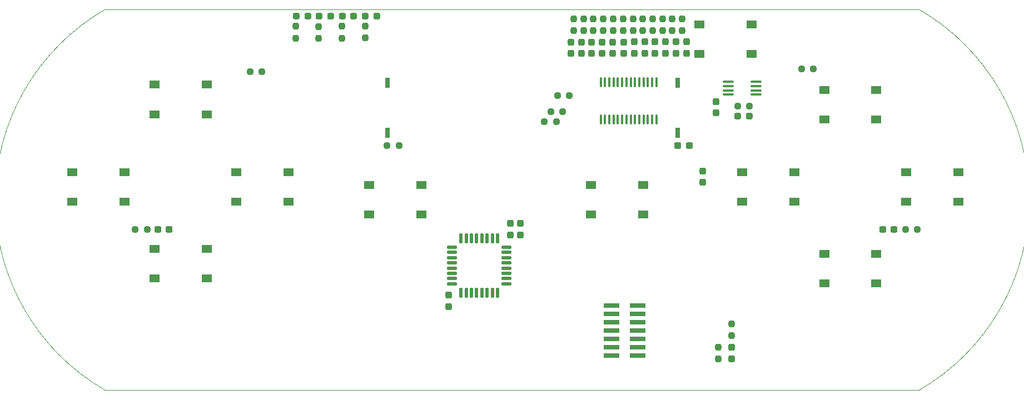
<source format=gbr>
%TF.GenerationSoftware,KiCad,Pcbnew,7.0.5-7.0.5~ubuntu20.04.1*%
%TF.CreationDate,2023-06-19T07:22:00+00:00*%
%TF.ProjectId,Controler_NRF24L01_Exclude_v3,436f6e74-726f-46c6-9572-5f4e52463234,rev?*%
%TF.SameCoordinates,Original*%
%TF.FileFunction,Paste,Top*%
%TF.FilePolarity,Positive*%
%FSLAX45Y45*%
G04 Gerber Fmt 4.5, Leading zero omitted, Abs format (unit mm)*
G04 Created by KiCad (PCBNEW 7.0.5-7.0.5~ubuntu20.04.1) date 2023-06-19 07:22:00*
%MOMM*%
%LPD*%
G01*
G04 APERTURE LIST*
G04 Aperture macros list*
%AMRoundRect*
0 Rectangle with rounded corners*
0 $1 Rounding radius*
0 $2 $3 $4 $5 $6 $7 $8 $9 X,Y pos of 4 corners*
0 Add a 4 corners polygon primitive as box body*
4,1,4,$2,$3,$4,$5,$6,$7,$8,$9,$2,$3,0*
0 Add four circle primitives for the rounded corners*
1,1,$1+$1,$2,$3*
1,1,$1+$1,$4,$5*
1,1,$1+$1,$6,$7*
1,1,$1+$1,$8,$9*
0 Add four rect primitives between the rounded corners*
20,1,$1+$1,$2,$3,$4,$5,0*
20,1,$1+$1,$4,$5,$6,$7,0*
20,1,$1+$1,$6,$7,$8,$9,0*
20,1,$1+$1,$8,$9,$2,$3,0*%
G04 Aperture macros list end*
%TA.AperFunction,Profile*%
%ADD10C,0.050000*%
%TD*%
%TA.AperFunction,Profile*%
%ADD11C,0.100000*%
%TD*%
%ADD12RoundRect,0.237500X-0.237500X0.287500X-0.237500X-0.287500X0.237500X-0.287500X0.237500X0.287500X0*%
%ADD13RoundRect,0.237500X-0.287500X-0.237500X0.287500X-0.237500X0.287500X0.237500X-0.287500X0.237500X0*%
%ADD14RoundRect,0.237500X-0.250000X-0.237500X0.250000X-0.237500X0.250000X0.237500X-0.250000X0.237500X0*%
%ADD15R,0.760000X1.600000*%
%ADD16RoundRect,0.237500X0.237500X-0.250000X0.237500X0.250000X-0.237500X0.250000X-0.237500X-0.250000X0*%
%ADD17RoundRect,0.237500X0.250000X0.237500X-0.250000X0.237500X-0.250000X-0.237500X0.250000X-0.237500X0*%
%ADD18RoundRect,0.237500X-0.300000X-0.237500X0.300000X-0.237500X0.300000X0.237500X-0.300000X0.237500X0*%
%ADD19R,1.550000X1.300000*%
%ADD20RoundRect,0.125000X0.125000X-0.625000X0.125000X0.625000X-0.125000X0.625000X-0.125000X-0.625000X0*%
%ADD21RoundRect,0.125000X0.625000X-0.125000X0.625000X0.125000X-0.625000X0.125000X-0.625000X-0.125000X0*%
%ADD22RoundRect,0.237500X-0.237500X0.250000X-0.237500X-0.250000X0.237500X-0.250000X0.237500X0.250000X0*%
%ADD23RoundRect,0.237500X-0.237500X0.300000X-0.237500X-0.300000X0.237500X-0.300000X0.237500X0.300000X0*%
%ADD24RoundRect,0.100000X-0.712500X-0.100000X0.712500X-0.100000X0.712500X0.100000X-0.712500X0.100000X0*%
%ADD25RoundRect,0.237500X0.300000X0.237500X-0.300000X0.237500X-0.300000X-0.237500X0.300000X-0.237500X0*%
%ADD26R,2.400000X0.740000*%
%ADD27RoundRect,0.100000X0.100000X-0.637500X0.100000X0.637500X-0.100000X0.637500X-0.100000X-0.637500X0*%
G04 APERTURE END LIST*
D10*
X20569000Y-12290000D02*
G75*
G03*
X20569000Y-6490000I-1674316J2900000D01*
G01*
D11*
X8169000Y-6490000D02*
X20569000Y-6490000D01*
X8169000Y-12290000D02*
X20569000Y-12290000D01*
D10*
X8169000Y-6490000D02*
G75*
G03*
X8169000Y-12290000I1674316J-2900000D01*
G01*
D12*
X16706500Y-6982500D03*
X16706500Y-7157500D03*
D13*
X17807500Y-8110000D03*
X17982500Y-8110000D03*
D12*
X15581500Y-6985000D03*
X15581500Y-7160000D03*
D14*
X17803750Y-7957600D03*
X17986250Y-7957600D03*
D15*
X12469000Y-8371000D03*
X12469000Y-7609000D03*
D12*
X16866500Y-6982500D03*
X16866500Y-7157500D03*
D16*
X16809000Y-6812500D03*
X16809000Y-6630000D03*
D12*
X16226500Y-6982500D03*
X16226500Y-7157500D03*
D17*
X15141250Y-8050000D03*
X14958750Y-8050000D03*
D13*
X11431500Y-6590000D03*
X11606500Y-6590000D03*
D18*
X16892250Y-8560000D03*
X17064750Y-8560000D03*
D16*
X16059000Y-6812500D03*
X16059000Y-6630000D03*
X15459000Y-6812500D03*
X15459000Y-6630000D03*
X15606000Y-6812500D03*
X15606000Y-6630000D03*
X16659000Y-6812500D03*
X16659000Y-6630000D03*
D17*
X8811048Y-9845000D03*
X8628548Y-9845000D03*
D19*
X8921500Y-7635000D03*
X9716500Y-7635000D03*
X8921500Y-8085000D03*
X9716500Y-8085000D03*
X12192500Y-9165000D03*
X12987500Y-9165000D03*
X12192500Y-9615000D03*
X12987500Y-9615000D03*
D14*
X14858750Y-8200000D03*
X15041250Y-8200000D03*
D16*
X16209000Y-6812500D03*
X16209000Y-6630000D03*
D20*
X13589000Y-10807500D03*
X13669000Y-10807500D03*
X13749000Y-10807500D03*
X13829000Y-10807500D03*
X13909000Y-10807500D03*
X13989000Y-10807500D03*
X14069000Y-10807500D03*
X14149000Y-10807500D03*
D21*
X14286500Y-10670000D03*
X14286500Y-10590000D03*
X14286500Y-10510000D03*
X14286500Y-10430000D03*
X14286500Y-10350000D03*
X14286500Y-10270000D03*
X14286500Y-10190000D03*
X14286500Y-10110000D03*
D20*
X14149000Y-9972500D03*
X14069000Y-9972500D03*
X13989000Y-9972500D03*
X13909000Y-9972500D03*
X13829000Y-9972500D03*
X13749000Y-9972500D03*
X13669000Y-9972500D03*
X13589000Y-9972500D03*
D21*
X13451500Y-10110000D03*
X13451500Y-10190000D03*
X13451500Y-10270000D03*
X13451500Y-10350000D03*
X13451500Y-10430000D03*
X13451500Y-10510000D03*
X13451500Y-10590000D03*
X13451500Y-10670000D03*
D12*
X15421400Y-6985000D03*
X15421400Y-7160000D03*
D19*
X17221500Y-6715000D03*
X18016500Y-6715000D03*
X17221500Y-7165000D03*
X18016500Y-7165000D03*
D22*
X17509000Y-11632500D03*
X17509000Y-11815000D03*
D19*
X7671500Y-8965000D03*
X8466500Y-8965000D03*
X7671500Y-9415000D03*
X8466500Y-9415000D03*
D16*
X15309000Y-6812500D03*
X15309000Y-6630000D03*
D12*
X15741500Y-6985000D03*
X15741500Y-7160000D03*
X17029000Y-6982500D03*
X17029000Y-7157500D03*
D19*
X17871500Y-8965000D03*
X18666500Y-8965000D03*
X17871500Y-9415000D03*
X18666500Y-9415000D03*
D17*
X15241250Y-7800000D03*
X15058750Y-7800000D03*
D16*
X16509000Y-6812500D03*
X16509000Y-6630000D03*
X16359000Y-6812500D03*
X16359000Y-6630000D03*
D12*
X16546500Y-6982500D03*
X16546500Y-7157500D03*
D19*
X15571500Y-9165000D03*
X16366500Y-9165000D03*
X15571500Y-9615000D03*
X16366500Y-9615000D03*
D22*
X11421500Y-6748750D03*
X11421500Y-6931250D03*
D23*
X13399200Y-10843150D03*
X13399200Y-11015650D03*
D13*
X11781500Y-6590000D03*
X11956500Y-6590000D03*
D14*
X12462750Y-8560000D03*
X12645250Y-8560000D03*
D18*
X8973548Y-9845000D03*
X9146048Y-9845000D03*
D19*
X8921500Y-10135000D03*
X9716500Y-10135000D03*
X8921500Y-10585000D03*
X9716500Y-10585000D03*
D23*
X14339000Y-9750950D03*
X14339000Y-9923450D03*
D12*
X16065000Y-6983750D03*
X16065000Y-7158750D03*
D22*
X12129000Y-6741250D03*
X12129000Y-6923750D03*
D23*
X14491400Y-9750950D03*
X14491400Y-9923450D03*
D19*
X19121500Y-7715000D03*
X19916500Y-7715000D03*
X19121500Y-8165000D03*
X19916500Y-8165000D03*
D12*
X16386500Y-6982500D03*
X16386500Y-7157500D03*
D22*
X11071500Y-6746250D03*
X11071500Y-6928750D03*
D14*
X10377750Y-7440000D03*
X10560250Y-7440000D03*
D22*
X11774000Y-6746250D03*
X11774000Y-6928750D03*
D13*
X11081500Y-6590000D03*
X11256500Y-6590000D03*
D15*
X16886000Y-8371000D03*
X16886000Y-7609000D03*
D24*
X17657750Y-7592500D03*
X17657750Y-7657500D03*
X17657750Y-7722500D03*
X17657750Y-7787500D03*
X18080250Y-7787500D03*
X18080250Y-7722500D03*
X18080250Y-7657500D03*
X18080250Y-7592500D03*
D25*
X20186452Y-9845000D03*
X20013952Y-9845000D03*
D12*
X15901500Y-6985000D03*
X15901500Y-7160000D03*
D14*
X20358952Y-9845000D03*
X20541452Y-9845000D03*
D23*
X17709000Y-11637500D03*
X17709000Y-11810000D03*
D26*
X15886500Y-11003000D03*
X16276500Y-11003000D03*
X15886500Y-11130000D03*
X16276500Y-11130000D03*
X15886500Y-11257000D03*
X16276500Y-11257000D03*
X15886500Y-11384000D03*
X16276500Y-11384000D03*
X15886500Y-11511000D03*
X16276500Y-11511000D03*
X15886500Y-11638000D03*
X16276500Y-11638000D03*
X15886500Y-11765000D03*
X16276500Y-11765000D03*
D23*
X17474000Y-7893750D03*
X17474000Y-8066250D03*
D27*
X15719900Y-8167650D03*
X15784900Y-8167650D03*
X15849900Y-8167650D03*
X15914900Y-8167650D03*
X15979900Y-8167650D03*
X16044900Y-8167650D03*
X16109900Y-8167650D03*
X16174900Y-8167650D03*
X16239900Y-8167650D03*
X16304900Y-8167650D03*
X16369900Y-8167650D03*
X16434900Y-8167650D03*
X16499900Y-8167650D03*
X16564900Y-8167650D03*
X16564900Y-7595150D03*
X16499900Y-7595150D03*
X16434900Y-7595150D03*
X16369900Y-7595150D03*
X16304900Y-7595150D03*
X16239900Y-7595150D03*
X16174900Y-7595150D03*
X16109900Y-7595150D03*
X16044900Y-7595150D03*
X15979900Y-7595150D03*
X15914900Y-7595150D03*
X15849900Y-7595150D03*
X15784900Y-7595150D03*
X15719900Y-7595150D03*
D12*
X15261500Y-6985000D03*
X15261500Y-7160000D03*
D16*
X15909000Y-6812500D03*
X15909000Y-6630000D03*
D19*
X19121500Y-10215000D03*
X19916500Y-10215000D03*
X19121500Y-10665000D03*
X19916500Y-10665000D03*
D22*
X17709000Y-11278750D03*
X17709000Y-11461250D03*
D19*
X10171500Y-8965000D03*
X10966500Y-8965000D03*
X10171500Y-9415000D03*
X10966500Y-9415000D03*
D16*
X15759000Y-6812500D03*
X15759000Y-6630000D03*
D19*
X20371500Y-8965000D03*
X21166500Y-8965000D03*
X20371500Y-9415000D03*
X21166500Y-9415000D03*
D14*
X18777750Y-7390000D03*
X18960250Y-7390000D03*
D23*
X17268500Y-8952000D03*
X17268500Y-9124500D03*
D13*
X12131500Y-6590000D03*
X12306500Y-6590000D03*
D16*
X16959000Y-6812500D03*
X16959000Y-6630000D03*
M02*

</source>
